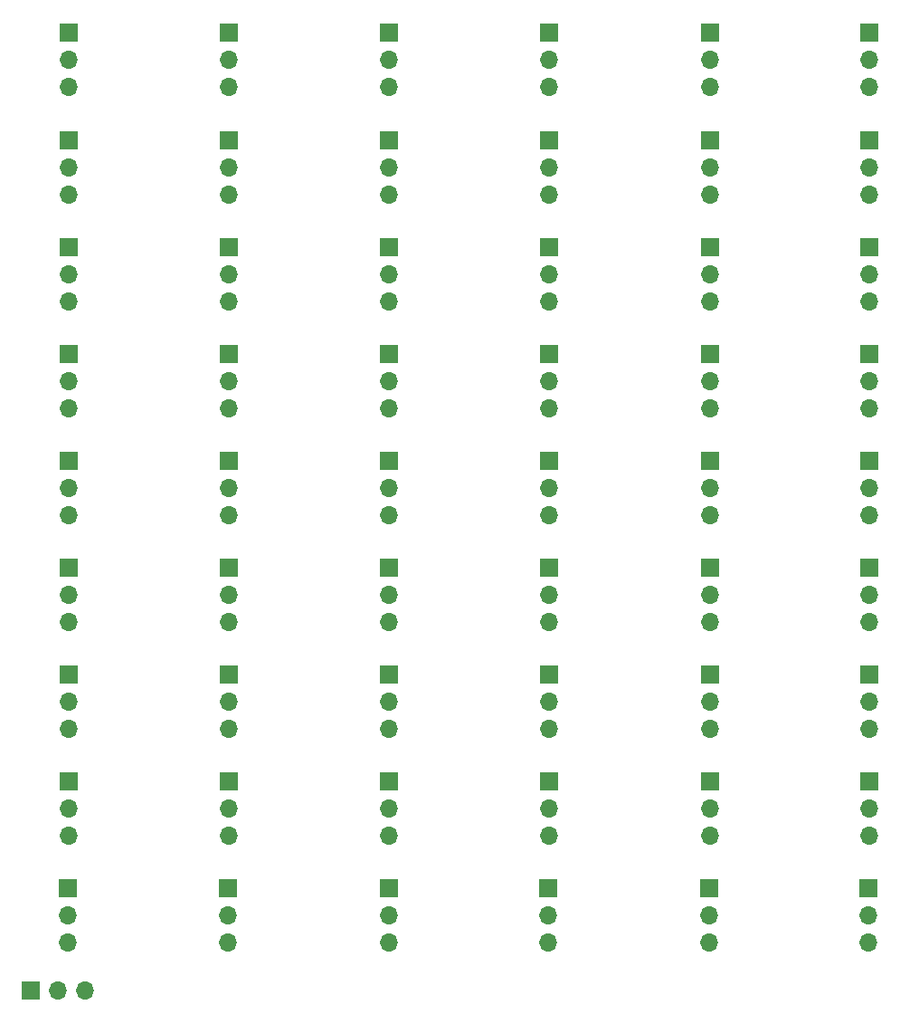
<source format=gbr>
%TF.GenerationSoftware,KiCad,Pcbnew,(6.0.10)*%
%TF.CreationDate,2023-01-14T17:24:48+01:00*%
%TF.ProjectId,transistor_party,7472616e-7369-4737-946f-725f70617274,rev?*%
%TF.SameCoordinates,Original*%
%TF.FileFunction,Soldermask,Bot*%
%TF.FilePolarity,Negative*%
%FSLAX46Y46*%
G04 Gerber Fmt 4.6, Leading zero omitted, Abs format (unit mm)*
G04 Created by KiCad (PCBNEW (6.0.10)) date 2023-01-14 17:24:48*
%MOMM*%
%LPD*%
G01*
G04 APERTURE LIST*
%ADD10R,1.700000X1.700000*%
%ADD11O,1.700000X1.700000*%
G04 APERTURE END LIST*
D10*
%TO.C,J55*%
X54475000Y-125000000D03*
D11*
X57015000Y-125000000D03*
X59555000Y-125000000D03*
%TD*%
%TO.C,J49*%
X58000000Y-120540000D03*
X58000000Y-118000000D03*
D10*
X58000000Y-115460000D03*
%TD*%
D11*
%TO.C,J52*%
X102937500Y-120540000D03*
X102937500Y-118000000D03*
D10*
X102937500Y-115460000D03*
%TD*%
D11*
%TO.C,J51*%
X88000000Y-120540000D03*
X88000000Y-118000000D03*
D10*
X88000000Y-115460000D03*
%TD*%
D11*
%TO.C,J50*%
X72937500Y-120540000D03*
X72937500Y-118000000D03*
D10*
X72937500Y-115460000D03*
%TD*%
D11*
%TO.C,J53*%
X118000000Y-120540000D03*
X118000000Y-118000000D03*
D10*
X118000000Y-115460000D03*
%TD*%
D11*
%TO.C,J54*%
X132937500Y-120540000D03*
X132937500Y-118000000D03*
D10*
X132937500Y-115460000D03*
%TD*%
D11*
%TO.C,J25*%
X58062500Y-80540000D03*
X58062500Y-78000000D03*
D10*
X58062500Y-75460000D03*
%TD*%
D11*
%TO.C,J28*%
X103000000Y-80540000D03*
X103000000Y-78000000D03*
D10*
X103000000Y-75460000D03*
%TD*%
D11*
%TO.C,J37*%
X58062500Y-100540000D03*
X58062500Y-98000000D03*
D10*
X58062500Y-95460000D03*
%TD*%
D11*
%TO.C,J40*%
X103000000Y-100540000D03*
X103000000Y-98000000D03*
D10*
X103000000Y-95460000D03*
%TD*%
D11*
%TO.C,J31*%
X58062500Y-90540000D03*
X58062500Y-88000000D03*
D10*
X58062500Y-85460000D03*
%TD*%
D11*
%TO.C,J34*%
X103000000Y-90540000D03*
X103000000Y-88000000D03*
D10*
X103000000Y-85460000D03*
%TD*%
D11*
%TO.C,J33*%
X88062500Y-90540000D03*
X88062500Y-88000000D03*
D10*
X88062500Y-85460000D03*
%TD*%
D11*
%TO.C,J39*%
X88062500Y-100540000D03*
X88062500Y-98000000D03*
D10*
X88062500Y-95460000D03*
%TD*%
D11*
%TO.C,J38*%
X73000000Y-100540000D03*
X73000000Y-98000000D03*
D10*
X73000000Y-95460000D03*
%TD*%
D11*
%TO.C,J42*%
X133000000Y-100540000D03*
X133000000Y-98000000D03*
D10*
X133000000Y-95460000D03*
%TD*%
D11*
%TO.C,J41*%
X118062500Y-100540000D03*
X118062500Y-98000000D03*
D10*
X118062500Y-95460000D03*
%TD*%
D11*
%TO.C,J32*%
X73000000Y-90540000D03*
X73000000Y-88000000D03*
D10*
X73000000Y-85460000D03*
%TD*%
D11*
%TO.C,J35*%
X118062500Y-90540000D03*
X118062500Y-88000000D03*
D10*
X118062500Y-85460000D03*
%TD*%
D11*
%TO.C,J36*%
X133000000Y-90540000D03*
X133000000Y-88000000D03*
D10*
X133000000Y-85460000D03*
%TD*%
D11*
%TO.C,J43*%
X58062500Y-110540000D03*
X58062500Y-108000000D03*
D10*
X58062500Y-105460000D03*
%TD*%
D11*
%TO.C,J46*%
X103000000Y-110540000D03*
X103000000Y-108000000D03*
D10*
X103000000Y-105460000D03*
%TD*%
D11*
%TO.C,J45*%
X88062500Y-110540000D03*
X88062500Y-108000000D03*
D10*
X88062500Y-105460000D03*
%TD*%
D11*
%TO.C,J44*%
X73000000Y-110540000D03*
X73000000Y-108000000D03*
D10*
X73000000Y-105460000D03*
%TD*%
D11*
%TO.C,J47*%
X118062500Y-110540000D03*
X118062500Y-108000000D03*
D10*
X118062500Y-105460000D03*
%TD*%
D11*
%TO.C,J48*%
X133000000Y-110540000D03*
X133000000Y-108000000D03*
D10*
X133000000Y-105460000D03*
%TD*%
D11*
%TO.C,J27*%
X88062500Y-80540000D03*
X88062500Y-78000000D03*
D10*
X88062500Y-75460000D03*
%TD*%
D11*
%TO.C,J26*%
X73000000Y-80540000D03*
X73000000Y-78000000D03*
D10*
X73000000Y-75460000D03*
%TD*%
D11*
%TO.C,J30*%
X133000000Y-80540000D03*
X133000000Y-78000000D03*
D10*
X133000000Y-75460000D03*
%TD*%
D11*
%TO.C,J29*%
X118062500Y-80540000D03*
X118062500Y-78000000D03*
D10*
X118062500Y-75460000D03*
%TD*%
D11*
%TO.C,J13*%
X58062500Y-60540000D03*
X58062500Y-58000000D03*
D10*
X58062500Y-55460000D03*
%TD*%
D11*
%TO.C,J16*%
X103000000Y-60540000D03*
X103000000Y-58000000D03*
D10*
X103000000Y-55460000D03*
%TD*%
D11*
%TO.C,J19*%
X58062500Y-70540000D03*
X58062500Y-68000000D03*
D10*
X58062500Y-65460000D03*
%TD*%
D11*
%TO.C,J22*%
X103000000Y-70540000D03*
X103000000Y-68000000D03*
D10*
X103000000Y-65460000D03*
%TD*%
D11*
%TO.C,J21*%
X88062500Y-70540000D03*
X88062500Y-68000000D03*
D10*
X88062500Y-65460000D03*
%TD*%
D11*
%TO.C,J20*%
X73000000Y-70540000D03*
X73000000Y-68000000D03*
D10*
X73000000Y-65460000D03*
%TD*%
D11*
%TO.C,J23*%
X118062500Y-70540000D03*
X118062500Y-68000000D03*
D10*
X118062500Y-65460000D03*
%TD*%
D11*
%TO.C,J24*%
X133000000Y-70540000D03*
X133000000Y-68000000D03*
D10*
X133000000Y-65460000D03*
%TD*%
D11*
%TO.C,J15*%
X88062500Y-60540000D03*
X88062500Y-58000000D03*
D10*
X88062500Y-55460000D03*
%TD*%
D11*
%TO.C,J14*%
X73000000Y-60540000D03*
X73000000Y-58000000D03*
D10*
X73000000Y-55460000D03*
%TD*%
D11*
%TO.C,J18*%
X133000000Y-60540000D03*
X133000000Y-58000000D03*
D10*
X133000000Y-55460000D03*
%TD*%
D11*
%TO.C,J17*%
X118062500Y-60540000D03*
X118062500Y-58000000D03*
D10*
X118062500Y-55460000D03*
%TD*%
D11*
%TO.C,J7*%
X58062500Y-50540000D03*
X58062500Y-48000000D03*
D10*
X58062500Y-45460000D03*
%TD*%
D11*
%TO.C,J10*%
X103000000Y-50540000D03*
X103000000Y-48000000D03*
D10*
X103000000Y-45460000D03*
%TD*%
D11*
%TO.C,J9*%
X88062500Y-50540000D03*
X88062500Y-48000000D03*
D10*
X88062500Y-45460000D03*
%TD*%
D11*
%TO.C,J8*%
X73000000Y-50540000D03*
X73000000Y-48000000D03*
D10*
X73000000Y-45460000D03*
%TD*%
D11*
%TO.C,J12*%
X133000000Y-50540000D03*
X133000000Y-48000000D03*
D10*
X133000000Y-45460000D03*
%TD*%
D11*
%TO.C,J11*%
X118062500Y-50540000D03*
X118062500Y-48000000D03*
D10*
X118062500Y-45460000D03*
%TD*%
D11*
%TO.C,J6*%
X133000000Y-40540000D03*
X133000000Y-38000000D03*
D10*
X133000000Y-35460000D03*
%TD*%
D11*
%TO.C,J5*%
X118062500Y-40540000D03*
X118062500Y-38000000D03*
D10*
X118062500Y-35460000D03*
%TD*%
D11*
%TO.C,J3*%
X88062500Y-40540000D03*
X88062500Y-38000000D03*
D10*
X88062500Y-35460000D03*
%TD*%
D11*
%TO.C,J4*%
X103000000Y-40540000D03*
X103000000Y-38000000D03*
D10*
X103000000Y-35460000D03*
%TD*%
D11*
%TO.C,J2*%
X73000000Y-40540000D03*
X73000000Y-38000000D03*
D10*
X73000000Y-35460000D03*
%TD*%
D11*
%TO.C,J1*%
X58062500Y-40540000D03*
X58062500Y-38000000D03*
D10*
X58062500Y-35460000D03*
%TD*%
M02*

</source>
